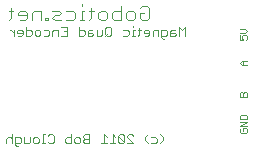
<source format=gbo>
G75*
G70*
%OFA0B0*%
%FSLAX24Y24*%
%IPPOS*%
%LPD*%
%AMOC8*
5,1,8,0,0,1.08239X$1,22.5*
%
%ADD10C,0.0040*%
%ADD11C,0.0030*%
%ADD12C,0.0020*%
D10*
X000451Y004751D02*
X000527Y004827D01*
X000527Y005134D01*
X000451Y005058D02*
X000604Y005058D01*
X000757Y004981D02*
X000757Y004904D01*
X001064Y004904D01*
X001064Y004827D02*
X001064Y004981D01*
X000988Y005058D01*
X000834Y005058D01*
X000757Y004981D01*
X000988Y004751D02*
X001064Y004827D01*
X000988Y004751D02*
X000834Y004751D01*
X001218Y004751D02*
X001218Y004981D01*
X001295Y005058D01*
X001525Y005058D01*
X001525Y004751D01*
X001678Y004751D02*
X001678Y004827D01*
X001755Y004827D01*
X001755Y004751D01*
X001678Y004751D01*
X001908Y004827D02*
X001985Y004904D01*
X002139Y004904D01*
X002215Y004981D01*
X002139Y005058D01*
X001908Y005058D01*
X001908Y004827D02*
X001985Y004751D01*
X002215Y004751D01*
X002369Y004751D02*
X002599Y004751D01*
X002676Y004827D01*
X002676Y004981D01*
X002599Y005058D01*
X002369Y005058D01*
X002906Y005058D02*
X002906Y004751D01*
X002982Y004751D02*
X002829Y004751D01*
X003136Y004751D02*
X003213Y004827D01*
X003213Y005134D01*
X003289Y005058D02*
X003136Y005058D01*
X002982Y005058D02*
X002906Y005058D01*
X002906Y005211D02*
X002906Y005288D01*
X003443Y004981D02*
X003520Y005058D01*
X003673Y005058D01*
X003750Y004981D01*
X003750Y004827D01*
X003673Y004751D01*
X003520Y004751D01*
X003443Y004827D01*
X003443Y004981D01*
X003903Y004981D02*
X003903Y004827D01*
X003980Y004751D01*
X004210Y004751D01*
X004210Y005211D01*
X004210Y005058D02*
X003980Y005058D01*
X003903Y004981D01*
X004364Y004981D02*
X004364Y004827D01*
X004440Y004751D01*
X004594Y004751D01*
X004670Y004827D01*
X004670Y004981D01*
X004594Y005058D01*
X004440Y005058D01*
X004364Y004981D01*
X004824Y004981D02*
X004824Y004827D01*
X004901Y004751D01*
X005054Y004751D01*
X005131Y004827D01*
X005131Y005134D01*
X005054Y005211D01*
X004901Y005211D01*
X004824Y005134D01*
X004824Y004981D02*
X004977Y004981D01*
D11*
X000678Y000597D02*
X000726Y000549D01*
X000775Y000549D01*
X000678Y000597D02*
X000678Y000839D01*
X000823Y000839D01*
X000871Y000791D01*
X000871Y000694D01*
X000823Y000646D01*
X000678Y000646D01*
X000577Y000646D02*
X000577Y000936D01*
X000529Y000839D02*
X000432Y000839D01*
X000383Y000791D01*
X000383Y000646D01*
X000577Y000791D02*
X000529Y000839D01*
X000973Y000839D02*
X000973Y000646D01*
X001118Y000646D01*
X001166Y000694D01*
X001166Y000839D01*
X001267Y000791D02*
X001316Y000839D01*
X001412Y000839D01*
X001461Y000791D01*
X001461Y000694D01*
X001412Y000646D01*
X001316Y000646D01*
X001267Y000694D01*
X001267Y000791D01*
X001560Y000646D02*
X001657Y000646D01*
X001609Y000646D02*
X001609Y000936D01*
X001657Y000936D01*
X001758Y000887D02*
X001807Y000936D01*
X001904Y000936D01*
X001952Y000887D01*
X001952Y000694D01*
X001904Y000646D01*
X001807Y000646D01*
X001758Y000694D01*
X002348Y000694D02*
X002396Y000646D01*
X002541Y000646D01*
X002541Y000936D01*
X002541Y000839D02*
X002396Y000839D01*
X002348Y000791D01*
X002348Y000694D01*
X002642Y000694D02*
X002691Y000646D01*
X002787Y000646D01*
X002836Y000694D01*
X002836Y000791D01*
X002787Y000839D01*
X002691Y000839D01*
X002642Y000791D01*
X002642Y000694D01*
X002937Y000694D02*
X002985Y000646D01*
X003130Y000646D01*
X003130Y000936D01*
X002985Y000936D01*
X002937Y000887D01*
X002937Y000839D01*
X002985Y000791D01*
X003130Y000791D01*
X002985Y000791D02*
X002937Y000742D01*
X002937Y000694D01*
X003526Y000646D02*
X003720Y000646D01*
X003623Y000646D02*
X003623Y000936D01*
X003720Y000839D01*
X003918Y000936D02*
X003918Y000646D01*
X004014Y000646D02*
X003821Y000646D01*
X004014Y000839D02*
X003918Y000936D01*
X004116Y000887D02*
X004309Y000694D01*
X004261Y000646D01*
X004164Y000646D01*
X004116Y000694D01*
X004116Y000887D01*
X004164Y000936D01*
X004261Y000936D01*
X004309Y000887D01*
X004309Y000694D01*
X004410Y000646D02*
X004604Y000646D01*
X004410Y000839D01*
X004410Y000887D01*
X004459Y000936D01*
X004555Y000936D01*
X004604Y000887D01*
X004998Y000839D02*
X004998Y000742D01*
X005095Y000646D01*
X005196Y000646D02*
X005341Y000646D01*
X005389Y000694D01*
X005389Y000791D01*
X005341Y000839D01*
X005196Y000839D01*
X005095Y000936D02*
X004998Y000839D01*
X005489Y000936D02*
X005586Y000839D01*
X005586Y000742D01*
X005489Y000646D01*
X005594Y004129D02*
X005545Y004177D01*
X005545Y004419D01*
X005690Y004419D01*
X005739Y004371D01*
X005739Y004274D01*
X005690Y004226D01*
X005545Y004226D01*
X005444Y004226D02*
X005444Y004419D01*
X005299Y004419D01*
X005251Y004371D01*
X005251Y004226D01*
X005149Y004274D02*
X005149Y004371D01*
X005101Y004419D01*
X005004Y004419D01*
X004956Y004371D01*
X004956Y004322D01*
X005149Y004322D01*
X005149Y004274D02*
X005101Y004226D01*
X005004Y004226D01*
X004806Y004274D02*
X004758Y004226D01*
X004806Y004274D02*
X004806Y004467D01*
X004758Y004419D02*
X004855Y004419D01*
X004658Y004419D02*
X004610Y004419D01*
X004610Y004226D01*
X004658Y004226D02*
X004562Y004226D01*
X004462Y004274D02*
X004414Y004226D01*
X004268Y004226D01*
X004462Y004274D02*
X004462Y004371D01*
X004414Y004419D01*
X004268Y004419D01*
X004610Y004516D02*
X004610Y004564D01*
X003873Y004467D02*
X003873Y004274D01*
X003824Y004226D01*
X003727Y004226D01*
X003679Y004274D01*
X003679Y004467D01*
X003727Y004516D01*
X003824Y004516D01*
X003873Y004467D01*
X003578Y004419D02*
X003578Y004274D01*
X003530Y004226D01*
X003384Y004226D01*
X003384Y004419D01*
X003235Y004419D02*
X003138Y004419D01*
X003090Y004371D01*
X003090Y004226D01*
X003235Y004226D01*
X003283Y004274D01*
X003235Y004322D01*
X003090Y004322D01*
X002989Y004274D02*
X002989Y004371D01*
X002940Y004419D01*
X002795Y004419D01*
X002795Y004516D02*
X002795Y004226D01*
X002940Y004226D01*
X002989Y004274D01*
X002399Y004226D02*
X002206Y004226D01*
X002105Y004226D02*
X002105Y004419D01*
X001960Y004419D01*
X001911Y004371D01*
X001911Y004226D01*
X001810Y004274D02*
X001762Y004226D01*
X001617Y004226D01*
X001515Y004274D02*
X001467Y004226D01*
X001370Y004226D01*
X001322Y004274D01*
X001322Y004371D01*
X001370Y004419D01*
X001467Y004419D01*
X001515Y004371D01*
X001515Y004274D01*
X001617Y004419D02*
X001762Y004419D01*
X001810Y004371D01*
X001810Y004274D01*
X002303Y004371D02*
X002399Y004371D01*
X002399Y004516D02*
X002399Y004226D01*
X002399Y004516D02*
X002206Y004516D01*
X001221Y004371D02*
X001221Y004274D01*
X001172Y004226D01*
X001027Y004226D01*
X001027Y004516D01*
X001027Y004419D02*
X001172Y004419D01*
X001221Y004371D01*
X000926Y004371D02*
X000926Y004274D01*
X000878Y004226D01*
X000781Y004226D01*
X000733Y004322D02*
X000926Y004322D01*
X000926Y004371D02*
X000878Y004419D01*
X000781Y004419D01*
X000733Y004371D01*
X000733Y004322D01*
X000631Y004322D02*
X000535Y004419D01*
X000486Y004419D01*
X000631Y004419D02*
X000631Y004226D01*
X003679Y004226D02*
X003776Y004322D01*
X005594Y004129D02*
X005642Y004129D01*
X005840Y004226D02*
X005985Y004226D01*
X006033Y004274D01*
X005985Y004322D01*
X005840Y004322D01*
X005840Y004371D02*
X005840Y004226D01*
X005840Y004371D02*
X005888Y004419D01*
X005985Y004419D01*
X006134Y004516D02*
X006134Y004226D01*
X006328Y004226D02*
X006328Y004516D01*
X006231Y004419D01*
X006134Y004516D01*
D12*
X008171Y004458D02*
X008317Y004458D01*
X008391Y004385D01*
X008317Y004312D01*
X008171Y004312D01*
X008171Y004237D02*
X008171Y004091D01*
X008281Y004091D01*
X008244Y004164D01*
X008244Y004201D01*
X008281Y004237D01*
X008354Y004237D01*
X008391Y004201D01*
X008391Y004127D01*
X008354Y004091D01*
X008391Y003387D02*
X008244Y003387D01*
X008171Y003314D01*
X008244Y003241D01*
X008391Y003241D01*
X008281Y003241D02*
X008281Y003387D01*
X008244Y002337D02*
X008281Y002301D01*
X008281Y002191D01*
X008391Y002191D02*
X008171Y002191D01*
X008171Y002301D01*
X008207Y002337D01*
X008244Y002337D01*
X008281Y002301D02*
X008317Y002337D01*
X008354Y002337D01*
X008391Y002301D01*
X008391Y002191D01*
X008354Y001579D02*
X008207Y001579D01*
X008171Y001543D01*
X008171Y001433D01*
X008391Y001433D01*
X008391Y001543D01*
X008354Y001579D01*
X008391Y001358D02*
X008171Y001358D01*
X008171Y001212D02*
X008391Y001358D01*
X008391Y001212D02*
X008171Y001212D01*
X008207Y001137D02*
X008171Y001101D01*
X008171Y001027D01*
X008207Y000991D01*
X008354Y000991D01*
X008391Y001027D01*
X008391Y001101D01*
X008354Y001137D01*
X008281Y001137D01*
X008281Y001064D01*
M02*

</source>
